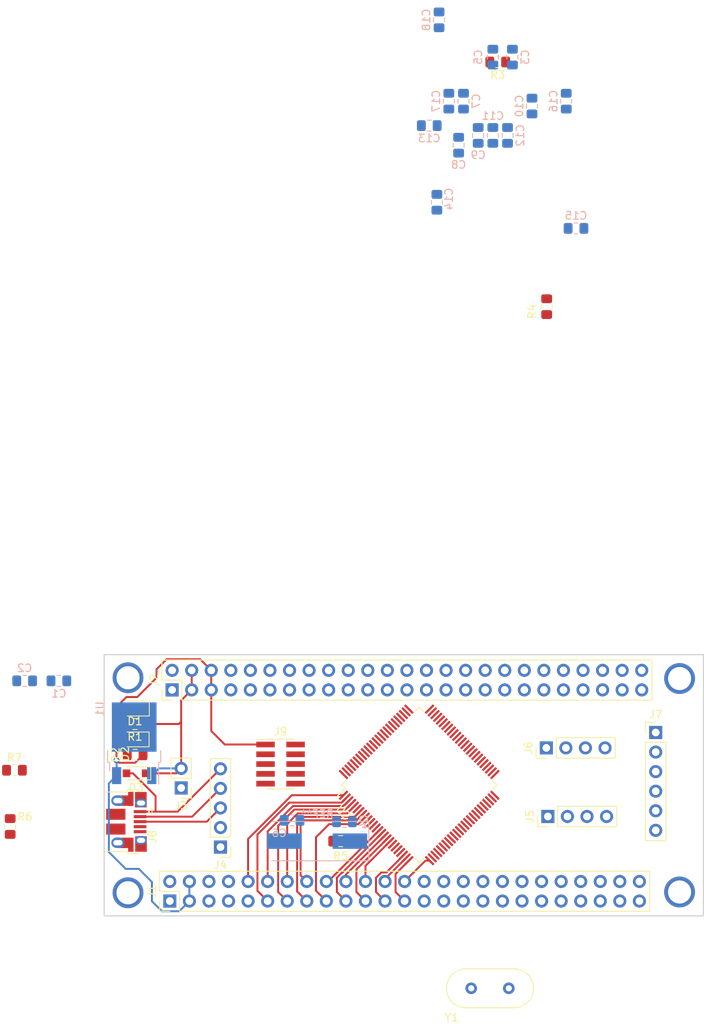
<source format=kicad_pcb>
(kicad_pcb (version 20211014) (generator pcbnew)
  (layers (0 "F.Cu" signal) (31 "B.Cu" signal) (34 "B.Paste" user) (35 "F.Paste" user) (36 "B.SilkS" user "B.Silkscreen") (37 "F.SilkS" user "F.Silkscreen") (38 "B.Mask" user) (39 "F.Mask" user) (44 "Edge.Cuts" user))
  (net 0 "")
  (net 1 "GND")
  (net 2 "/5v")
  (net 3 "/3v_cpu")
  (net 4 "/PH0")
  (net 5 "/NRST")
  (net 6 "/5v_usb")
  (net 7 "/PD15")
  (net 8 "/PD14")
  (net 9 "/PD13")
  (net 10 "/PD12")
  (net 11 "/PD11")
  (net 12 "/PD10")
  (net 13 "/PD9")
  (net 14 "/PD8")
  (net 15 "/PB15")
  (net 16 "/PB14")
  (net 17 "/PB13")
  (net 18 "/PB12")
  (net 19 "/PB11")
  (net 20 "/PB10")
  (net 21 "/PE15")
  (net 22 "/PE14")
  (net 23 "/PE13")
  (net 24 "/PE12")
  (net 25 "/PE11")
  (net 26 "/PE10")
  (net 27 "/PE9")
  (net 28 "/PE8")
  (net 29 "/PE7")
  (net 30 "/PB2")
  (net 31 "/PB0")
  (net 32 "/PB1")
  (net 33 "/PC4")
  (net 34 "/PC5")
  (net 35 "/PA6")
  (net 36 "/PA7")
  (net 37 "/PA4")
  (net 38 "/PA5")
  (net 39 "/PA2")
  (net 40 "/PA3")
  (net 41 "/PA0")
  (net 42 "/PA1")
  (net 43 "/PC2")
  (net 44 "/PC3")
  (net 45 "/PC0")
  (net 46 "/PC1")
  (net 47 "/PC9")
  (net 48 "/PC8")
  (net 49 "/PC12")
  (net 50 "/PD2")
  (net 51 "/PC11")
  (net 52 "/PC10")
  (net 53 "/PA11")
  (net 54 "/PA12")
  (net 55 "/PA10")
  (net 56 "/PA13")
  (net 57 "/PA14")
  (net 58 "/PH1")
  (net 59 "/PC14")
  (net 60 "/PC15")
  (net 61 "/PE6")
  (net 62 "/PC13")
  (net 63 "/PE4")
  (net 64 "/PE5")
  (net 65 "/PE2")
  (net 66 "/PE3")
  (net 67 "/PE0")
  (net 68 "/PE1")
  (net 69 "/PB8")
  (net 70 "/PB9")
  (net 71 "/BOOT0")
  (net 72 "/PB6")
  (net 73 "/PB7")
  (net 74 "/PB4")
  (net 75 "/PB5")
  (net 76 "/PD7")
  (net 77 "/PB3")
  (net 78 "/PD5")
  (net 79 "/PD6")
  (net 80 "/PD3")
  (net 81 "/PD4")
  (net 82 "/PD1")
  (net 83 "/PD0")
  (net 84 "/PA15")
  (net 85 "/PA8")
  (net 86 "/PA9")
  (net 87 "/PC6")
  (net 88 "/PC7")
  (net 89 "Net-(D2-Pad2)")
  (net 90 "/CS")
  (net 91 "/MISO")
  (net 92 "/MOSI")
  (net 93 "/SCLK")
  (net 94 "Net-(C6-Pad2)")
  (net 95 "Net-(D1-Pad2)")
  (net 107 "Net-(R3-Pad1)")
  (net 108 "Net-(C3-Pad1)")
  (net 109 "Net-(C5-Pad1)")
  (footprint "Connector_PinHeader_2.54mm:PinHeader_2x25_P2.54mm_Vertical" (layer "F.Cu") (at 44.725 128.475 90)
    (fp_text reference "J2")
    (fp_text value "Right")
  )
  (footprint "Connector_PinHeader_2.54mm:PinHeader_1x05_P2.54mm_Vertical" (layer "F.Cu") (at 51 148.875 180)
    (fp_text reference "J4")
    (fp_text value "EXTUSB")
  )
  (footprint "Connector_PinHeader_2.54mm:PinHeader_1x04_P2.54mm_Vertical" (layer "F.Cu") (at 93.5 144.9 90)
    (fp_text reference "J5")
    (fp_text value "FUEL")
  )
  (footprint "Resistor_SMD:R_0805_2012Metric_Pad1.15x1.40mm_HandSolder" (layer "F.Cu") (at 66.6 148.1)
    (fp_text reference "R5")
    (fp_text value "220")
  )
  (footprint "Crystal:Crystal_HC49-U_Vertical" (layer "F.Cu") (at 83.55 167.2)
    (fp_text reference "Y1")
    (fp_text value "8 MHz")
  )
  (footprint "Connector_PinHeader_2.54mm:PinHeader_2x25_P2.54mm_Vertical" (layer "F.Cu") (at 44.425 155.875 90)
    (fp_text reference "J1")
    (fp_text value "Left")
  )
  (footprint "Connector_PinHeader_2.54mm:PinHeader_1x02_P2.54mm_Vertical" (layer "F.Cu") (at 45.9 141.2 180)
    (fp_text reference "J3")
    (fp_text value "POWER")
  )
  (footprint "Resistor_SMD:R_0805_2012Metric_Pad1.15x1.40mm_HandSolder" (layer "F.Cu") (at 86.995 46.99 180)
    (fp_text reference "R3")
    (fp_text value "1k")
  )
  (footprint "LED_SMD:LED_0805_2012Metric_Pad1.15x1.40mm_HandSolder" (layer "F.Cu") (at 39.9 130.9 180)
    (fp_text reference "D1")
    (fp_text value "LED")
  )
  (footprint "Resistor_SMD:R_0805_2012Metric_Pad1.15x1.40mm_HandSolder" (layer "F.Cu") (at 39.925 136.9 180)
    (fp_text reference "R2")
    (fp_text value "220")
  )
  (footprint "Resistor_SMD:R_0805_2012Metric_Pad1.15x1.40mm_HandSolder" (layer "F.Cu") (at 39.9 132.9 180)
    (fp_text reference "R1")
    (fp_text value "220")
  )
  (footprint "Resistor_SMD:R_0805_2012Metric_Pad1.15x1.40mm_HandSolder" (layer "F.Cu") (at 93.345 78.74 -90)
    (fp_text reference "R4")
    (fp_text value "100k")
  )
  (footprint "Package_QFP:LQFP-100_14x14mm_P0.5mm" (layer "F.Cu") (at 76.8 140.8 45)
    (fp_text reference "U2")
    (fp_text value "STM32F427VGTx")
  )
  (footprint "Resistor_SMD:R_0805_2012Metric_Pad1.15x1.40mm_HandSolder" (layer "F.Cu") (at 24.255 138.9)
    (fp_text reference "R7")
    (fp_text value "10k")
  )
  (footprint "Diode_SMD:D_SOD-323_HandSoldering" (layer "F.Cu") (at 40.05 139.3 180)
    (fp_text reference "D3")
    (fp_text value "BAT48JFILM")
  )
  (footprint "LED_SMD:LED_0805_2012Metric_Pad1.15x1.40mm_HandSolder" (layer "F.Cu") (at 39.875 134.9 180)
    (fp_text reference "D2")
    (fp_text value "LED")
  )
  (footprint "Resistor_SMD:R_0805_2012Metric_Pad1.15x1.40mm_HandSolder" (layer "F.Cu") (at 23.7 146.2 90)
    (fp_text reference "R6")
    (fp_text value "4.7k")
  )
  (footprint "Connector_USB:USB_Micro-B_Amphenol_10103594-0001LF_Horizontal" (layer "F.Cu") (at 38.8 145.6 -90)
    (fp_text reference "J8")
    (fp_text value "USB")
  )
  (footprint "MountingHole:MountingHole_2.5mm_Pad" (layer "F.Cu") (at 110.6 127)
    (fp_text reference "REF**" hide)
    (fp_text value "MountingHole_2.5mm_Pad" hide)
  )
  (footprint "MountingHole:MountingHole_2.5mm_Pad" (layer "F.Cu") (at 39 154.8)
    (fp_text reference "REF**" hide)
    (fp_text value "MountingHole_2.5mm_Pad" hide)
  )
  (footprint "Connector_PinHeader_2.54mm:PinHeader_1x06_P2.54mm_Vertical" (layer "F.Cu") (at 107.5 134)
    (fp_text reference "J7")
    (fp_text value "SPI")
  )
  (footprint "Connector_PinHeader_1.27mm:PinHeader_2x05_P1.27mm_Vertical_SMD" (layer "F.Cu") (at 58.8 138.1)
    (fp_text reference "J9")
    (fp_text value "Debug")
  )
  (footprint "MountingHole:MountingHole_2.5mm_Pad" (layer "F.Cu") (at 110.6 154.7)
    (fp_text reference "REF**" hide)
    (fp_text value "MountingHole_2.5mm_Pad" hide)
  )
  (footprint "MountingHole:MountingHole_2.5mm_Pad" (layer "F.Cu") (at 39 126.9)
    (fp_text reference "REF**" hide)
    (fp_text value "MountingHole_2.5mm_Pad" hide)
  )
  (footprint "Connector_PinHeader_2.54mm:PinHeader_1x04_P2.54mm_Vertical" (layer "F.Cu") (at 93.3 136 90)
    (fp_text reference "J6")
    (fp_text value "IGNITION")
  )
  (footprint "Capacitor_SMD:C_0805_2012Metric_Pad1.15x1.40mm_HandSolder" (layer "B.Cu") (at 30.025 127.3)
    (fp_text reference "C1")
    (fp_text value "10 uF")
  )
  (footprint "Capacitor_SMD:C_0805_2012Metric_Pad1.15x1.40mm_HandSolder" (layer "B.Cu") (at 25.58 127.3 180)
    (fp_text reference "C2")
    (fp_text value "47 uF")
  )
  (footprint "Capacitor_SMD:C_0805_2012Metric_Pad1.15x1.40mm_HandSolder" (layer "B.Cu") (at 88.9 46.355 90)
    (fp_text reference "C3")
    (fp_text value "2.2 uF")
  )
  (footprint "Capacitor_SMD:C_0805_2012Metric_Pad1.15x1.40mm_HandSolder" (layer "B.Cu") (at 67.1 145.6 180)
    (fp_text reference "C4")
    (fp_text value "16 pF")
  )
  (footprint "Capacitor_SMD:C_0805_2012Metric_Pad1.15x1.40mm_HandSolder" (layer "B.Cu") (at 86.36 46.355 90)
    (fp_text reference "C5")
    (fp_text value "2.2 uF")
  )
  (footprint "Capacitor_SMD:C_0805_2012Metric_Pad1.15x1.40mm_HandSolder" (layer "B.Cu") (at 81.915 57.785 -90)
    (fp_text reference "C8")
    (fp_text value "0.1 uF")
  )
  (footprint "Capacitor_SMD:C_0805_2012Metric_Pad1.15x1.40mm_HandSolder" (layer "B.Cu") (at 84.455 56.515 90)
    (fp_text reference "C9")
    (fp_text value "4.7 uF")
  )
  (footprint "Capacitor_SMD:C_0805_2012Metric_Pad1.15x1.40mm_HandSolder" (layer "B.Cu") (at 91.44 52.705 -90)
    (fp_text reference "C10")
    (fp_text value "0.1 uF")
  )
  (footprint "Capacitor_SMD:C_0805_2012Metric_Pad1.15x1.40mm_HandSolder" (layer "B.Cu") (at 86.36 56.515 90)
    (fp_text reference "C11")
    (fp_text value "0.1 uF")
  )
  (footprint "Capacitor_SMD:C_0805_2012Metric_Pad1.15x1.40mm_HandSolder" (layer "B.Cu") (at 88.265 56.515 90)
    (fp_text reference "C12")
    (fp_text value "0.1 uF")
  )
  (footprint "Capacitor_SMD:C_0805_2012Metric_Pad1.15x1.40mm_HandSolder" (layer "B.Cu") (at 78.105 55.245)
    (fp_text reference "C13")
    (fp_text value "0.1 uF")
  )
  (footprint "Capacitor_SMD:C_0805_2012Metric_Pad1.15x1.40mm_HandSolder" (layer "B.Cu") (at 79.095 65.19 -90)
    (fp_text reference "C14")
    (fp_text value "0.1 uF")
  )
  (footprint "Capacitor_SMD:C_0805_2012Metric_Pad1.15x1.40mm_HandSolder" (layer "B.Cu") (at 97.155 68.58 180)
    (fp_text reference "C15")
    (fp_text value "0.1 uF")
  )
  (footprint "Capacitor_SMD:C_0805_2012Metric_Pad1.15x1.40mm_HandSolder" (layer "B.Cu") (at 95.885 52.07 -90)
    (fp_text reference "C16")
    (fp_text value "0.1 uF")
  )
  (footprint "Capacitor_SMD:C_0805_2012Metric_Pad1.15x1.40mm_HandSolder" (layer "B.Cu") (at 79.375 41.52 -90)
    (fp_text reference "C18")
    (fp_text value "0.1 uF")
  )
  (footprint "Package_TO_SOT_SMD:TO-252-2" (layer "B.Cu") (at 39.8 135.4 90)
    (fp_text reference "U1")
    (fp_text value "NCV5501")
  )
  (footprint "Capacitor_SMD:C_0805_2012Metric_Pad1.15x1.40mm_HandSolder" (layer "B.Cu") (at 80.645 52.07 -90)
    (fp_text reference "C17")
    (fp_text value "1 uF")
  )
  (footprint "Capacitor_SMD:C_0805_2012Metric_Pad1.15x1.40mm_HandSolder" (layer "B.Cu") (at 60.3 145.4)
    (fp_text reference "C6")
    (fp_text value "16 pF")
  )
  (footprint "Capacitor_SMD:C_0805_2012Metric_Pad1.15x1.40mm_HandSolder" (layer "B.Cu") (at 82.55 52.07 90)
    (fp_text reference "C7")
    (fp_text value "1 uF")
  )
  (footprint "Crystal:Crystal_SMD_HC49-SD" (layer "B.Cu") (at 63.55 148.1 180)
    (fp_text reference "REF**")
    (fp_text value "Crystal_SMD_HC49-SD")
  )
  (gr_rect (start 113.7 157.8) (end 35.9 123.9) (layer "Edge.Cuts") (width 0.15) (fill none))
  (segment (start 40.925 132.9) (end 45.6 132.9) (width 0.25) (layer "F.Cu") (net 2))
  (segment (start 45.6 132.9) (end 45.9 132.6) (width 0.25) (layer "F.Cu") (net 2))
  (segment (start 45.9 132.6) (end 45.9 129.84) (width 0.25) (layer "F.Cu") (net 2))
  (segment (start 47.265 128.475) (end 47.265 125.935) (width 0.25) (layer "F.Cu") (net 2))
  (segment (start 45.9 138.66) (end 45.9 132.6) (width 0.25) (layer "F.Cu") (net 2))
  (segment (start 41.3 139.3) (end 45.26 139.3) (width 0.25) (layer "F.Cu") (net 2))
  (segment (start 45.26 139.3) (end 45.9 138.66) (width 0.25) (layer "F.Cu") (net 2))
  (segment (start 45.9 129.84) (end 47.265 128.475) (width 0.25) (layer "F.Cu") (net 2))
  (segment (start 45.9 138.66) (end 43.02 138.66) (width 0.25) (layer "B.Cu") (net 2))
  (segment (start 43.02 138.66) (end 42.08 139.6) (width 0.25) (layer "B.Cu") (net 2))
  (segment (start 38.786827 129.4) (end 40.2 129.4) (width 0.25) (layer "F.Cu") (net 3))
  (segment (start 39.925 137.925) (end 40.95 136.9) (width 0.25) (layer "F.Cu") (net 3))
  (segment (start 40.2 129.4) (end 42.7 126.9) (width 0.25) (layer "F.Cu") (net 3))
  (segment (start 44 124.5) (end 48.37 124.5) (width 0.25) (layer "F.Cu") (net 3))
  (segment (start 42.7 125.8) (end 44 124.5) (width 0.25) (layer "F.Cu") (net 3))
  (segment (start 42.7 126.9) (end 42.7 125.8) (width 0.25) (layer "F.Cu") (net 3))
  (segment (start 49.805 133.805) (end 51.56 135.56) (width 0.25) (layer "F.Cu") (net 3))
  (segment (start 49.805 128.475) (end 49.805 133.805) (width 0.25) (layer "F.Cu") (net 3))
  (segment (start 51.56 135.56) (end 56.85 135.56) (width 0.25) (layer "F.Cu") (net 3))
  (segment (start 37.5 137.6) (end 37.5 130.686827) (width 0.25) (layer "F.Cu") (net 3))
  (segment (start 37.825 137.925) (end 39.925 137.925) (width 0.25) (layer "F.Cu") (net 3))
  (segment (start 37.5 137.6) (end 37.825 137.925) (width 0.25) (layer "F.Cu") (net 3))
  (segment (start 37.5 130.686827) (end 38.786827 129.4) (width 0.25) (layer "F.Cu") (net 3))
  (segment (start 49.805 128.475) (end 49.805 125.935) (width 0.25) (layer "F.Cu") (net 3))
  (segment (start 48.37 124.5) (end 49.805 125.935) (width 0.25) (layer "F.Cu") (net 3))
  (via (at 37.5 137.6) (size 0.8) (drill 0.4) (layers "F.Cu" "B.Cu") (net 3))
  (segment (start 37.52 137.62) (end 37.5 137.6) (width 0.25) (layer "B.Cu") (net 3))
  (segment (start 42.1 153.4) (end 42.1 155.9) (width 0.25) (layer "B.Cu") (net 3))
  (segment (start 42.1 155.9) (end 43.4 157.2) (width 0.25) (layer "B.Cu") (net 3))
  (segment (start 37.52 139.6) (end 36.51 140.61) (width 0.25) (layer "B.Cu") (net 3))
  (segment (start 36.51 140.61) (end 36.51 149.51) (width 0.25) (layer "B.Cu") (net 3))
  (segment (start 46.965 153.335) (end 46.965 155.875) (width 0.25) (layer "B.Cu") (net 3))
  (segment (start 38.7 151.7) (end 40.4 151.7) (width 0.25) (layer "B.Cu") (net 3))
  (segment (start 37.52 139.6) (end 37.52 137.62) (width 0.25) (layer "B.Cu") (net 3))
  (segment (start 45.64 157.2) (end 46.965 155.875) (width 0.25) (layer "B.Cu") (net 3))
  (segment (start 36.51 149.51) (end 38.7 151.7) (width 0.25) (layer "B.Cu") (net 3))
  (segment (start 40.4 151.7) (end 42.1 153.4) (width 0.25) (layer "B.Cu") (net 3))
  (segment (start 43.4 157.2) (end 45.64 157.2) (width 0.25) (layer "B.Cu") (net 3))
  (segment (start 71.56741 146.739697) (end 64.972107 153.335) (width 0.25) (layer "F.Cu") (net 5))
  (segment (start 64.972107 153.335) (end 64.745 153.335) (width 0.25) (layer "F.Cu") (net 5))
  (segment (start 42.575 142.235) (end 39.64 139.3) (width 0.25) (layer "F.Cu") (net 6))
  (segment (start 39.64 139.3) (end 38.8 139.3) (width 0.25) (layer "F.Cu") (net 6))
  (segment (start 42.575 144.275) (end 42.575 142.235) (width 0.25) (layer "F.Cu") (net 6))
  (segment (start 45.44 144.275) (end 51 138.715) (width 0.25) (layer "F.Cu") (net 6))
  (segment (start 42.575 144.275) (end 45.44 144.275) (width 0.25) (layer "F.Cu") (net 6))
  (segment (start 40.565 144.275) (end 42.575 144.275) (width 0.25) (layer "F.Cu") (net 6))
  (segment (start 73.73 152.355281) (end 73.73 154.7) (width 0.25) (layer "F.Cu") (net 39))
  (segment (start 75.456497 150.628784) (end 73.73 152.355281) (width 0.25) (layer "F.Cu") (net 39))
  (segment (start 73.73 154.7) (end 74.905 155.875) (width 0.25) (layer "F.Cu") (net 39))
  (segment (start 77.611216 150.628784) (end 74.905 153.335) (width 0.25) (layer "F.Cu") (net 40))
  (segment (start 78.143503 150.628784) (end 77.611216 150.628784) (width 0.25) (layer "F.Cu") (net 40))
  (segment (start 72.54 152.16) (end 71.878299 152.16) (width 0.25) (layer "F.Cu") (net 41))
  (segment (start 71.878299 152.16) (end 71.19 152.848299) (width 0.25) (layer "F.Cu") (net 41))
  (segment (start 74.74939 149.921677) (end 74.74939 149.95061) (width 0.25) (layer "F.Cu") (net 41))
  (segment (start 71.19 152.848299) (end 71.19 154.7) (width 0.25) (layer "F.Cu") (net 41))
  (segment (start 74.74939 149.95061) (end 72.54 152.16) (width 0.25) (layer "F.Cu") (net 41))
  (segment (start 71.19 154.7) (end 72.365 155.875) (width 0.25) (layer "F.Cu") (net 41))
  (segment (start 75.102944 150.275231) (end 72.365 153.013175) (width 0.25) (layer "F.Cu") (net 42))
  (segment (start 72.365 153.013175) (end 72.365 153.335) (width 0.25) (layer "F.Cu") (net 42))
  (segment (start 68.65 151.778427) (end 68.65 154.7) (width 0.25) (layer "F.Cu") (net 43))
  (segment (start 72.62807 147.800357) (end 68.65 151.778427) (width 0.25) (layer "F.Cu") (net 43))
  (segment (start 68.65 154.7) (end 69.825 155.875) (width 0.25) (layer "F.Cu") (net 43))
  (segment (start 69.825 151.310534) (end 69.825 153.335) (width 0.25) (layer "F.Cu") (net 44))
  (segment (start 72.981623 148.153911) (end 69.825 151.310534) (width 0.25) (layer "F.Cu") (net 44))
  (segment (start 66.798299 152.16) (end 66.11 152.848299) (width 0.25) (layer "F.Cu") (net 45))
  (segment (start 66.11 154.7) (end 67.285 155.875) (width 0.25) (layer "F.Cu") (net 45))
  (segment (start 71.920963 147.09325) (end 66.854213 152.16) (width 0.25) (layer "F.Cu") (net 45))
  (segment (start 66.854213 152.16) (end 66.798299 152.16) (width 0.25) (layer "F.Cu") (net 45))
  (segment (start 66.11 152.848299) (end 66.11 154.7) (width 0.25) (layer "F.Cu") (net 45))
  (segment (start 67.285 152.436321) (end 67.285 153.335) (width 0.25) (layer "F.Cu") (net 46))
  (segment (start 72.274517 147.446804) (end 67.285 152.436321) (width 0.25) (layer "F.Cu") (net 46))
  (segment (start 40.565 144.925) (end 47.33 144.925) (width 0.25) (layer "F.Cu") (net 53))
  (segment (start 47.33 144.925) (end 51 141.255) (width 0.25) (layer "F.Cu") (net 53))
  (segment (start 49.22 145.575) (end 51 143.795) (width 0.25) (layer "F.Cu") (net 54))
  (segment (start 40.565 145.575) (end 49.22 145.575) (width 0.25) (layer "F.Cu") (net 54))
  (segment (start 69.446089 144.618377) (end 68.663468 145.400998) (width 0.25) (layer "F.Cu") (net 59))
  (segment (start 61.4 152.53) (end 62.205 153.335) (width 0.25) (layer "F.Cu") (net 59))
  (segment (start 68.663468 145.400998) (end 61.4 145.400998) (width 0.25) (layer "F.Cu") (net 59))
  (segment (start 61.4 145.400998) (end 61.4 152.53) (width 0.25) (layer "F.Cu") (net 59))
  (segment (start 69.799643 144.97193) (end 68.871573 145.9) (width 0.25) (layer "F.Cu") (net 60))
  (segment (start 68.871573 145.9) (end 65.1 145.9) (width 0.25) (layer "F.Cu") (net 60))
  (segment (start 65.1 145.9) (end 63.4 147.6) (width 0.25) (layer "F.Cu") (net 60))
  (segment (start 63.4 147.6) (end 63.4 154.53) (width 0.25) (layer "F.Cu") (net 60))
  (segment (start 63.4 154.53) (end 64.745 155.875) (width 0.25) (layer "F.Cu") (net 60))
  (segment (start 68.385429 143.557716) (end 67.441149 144.501996) (width 0.25) (layer "F.Cu") (net 61))
  (segment (start 59.665 145.864618) (end 59.665 153.335) (width 0.25) (layer "F.Cu") (net 61))
  (segment (start 67.441149 144.501996) (end 61.027622 144.501996) (width 0.25) (layer "F.Cu") (net 61))
  (segment (start 61.027622 144.501996) (end 59.665 145.864618) (width 0.25) (layer "F.Cu") (net 61))
  (segment (start 61.213811 144.951497) (end 60.950499 145.214809) (width 0.25) (layer "F.Cu") (net 62))
  (segment (start 60.950499 145.214809) (end 60.950499 154.620499) (width 0.25) (layer "F.Cu") (net 62))
  (segment (start 68.405862 144.951497) (end 61.213811 144.951497) (width 0.25) (layer "F.Cu") (net 62))
  (segment (start 60.950499 154.620499) (end 62.205 155.875) (width 0.25) (layer "F.Cu") (net 62))
  (segment (start 69.092536 144.264823) (end 68.405862 144.951497) (width 0.25) (layer "F.Cu") (net 62))
  (segment (start 66.907223 143.550998) (end 60.413312 143.550998) (width 0.25) (layer "F.Cu") (net 63))
  (segment (start 67.077552 143.451381) (end 67.00684 143.451381) (width 0.25) (layer "F.Cu") (net 63))
  (segment (start 60.413312 143.550998) (end 57.125 146.83931) (width 0.25) (layer "F.Cu") (net 63))
  (segment (start 67.00684 143.451381) (end 66.907223 143.550998) (width 0.25) (layer "F.Cu") (net 63))
  (segment (start 57.125 146.83931) (end 57.125 153.335) (width 0.25) (layer "F.Cu") (net 63))
  (segment (start 67.678323 142.85061) (end 67.077552 143.451381) (width 0.25) (layer "F.Cu") (net 63))
  (segment (start 58.49 146.11) (end 58.49 154.7) (width 0.25) (layer "F.Cu") (net 64))
  (segment (start 58.49 154.7) (end 59.665 155.875) (width 0.25) (layer "F.Cu") (net 64))
  (segment (start 68.031876 143.204163) (end 68.024454 143.204163) (width 0.25) (layer "F.Cu") (net 64))
  (segment (start 68.024454 143.204163) (end 67.227619 144.000998) (width 0.25) (layer "F.Cu") (net 64))
  (segment (start 67.227619 144.000998) (end 60.599002 144.000998) (width 0.25) (layer "F.Cu") (net 64))
  (segment (start 60.599002 144.000998) (end 58.49 146.11) (width 0.25) (layer "F.Cu") (net 64))
  (segment (start 66.971216 142.143503) (end 60.256497 142.143503) (width 0.25) (layer "F.Cu") (net 65))
  (segment (start 60.256497 142.143503) (end 54.585 147.815) (width 0.25) (layer "F.Cu") (net 65))
  (segment (start 54.585 147.815) (end 54.585 153.335) (width 0.25) (layer "F.Cu") (net 65))
  (segment (start 59.934692 143.100998) (end 55.8 147.23569) (width 0.25) (layer "F.Cu") (net 66))
  (segment (start 55.8 154.55) (end 57.125 155.875) (width 0.25) (layer "F.Cu") (net 66))
  (segment (start 67.324769 142.497056) (end 66.720827 143.100998) (width 0.25) (layer "F.Cu") (net 66))
  (segment (start 66.720827 143.100998) (end 59.934692 143.100998) (width 0.25) (layer "F.Cu") (net 66))
  (segment (start 55.8 147.23569) (end 55.8 154.55) (width 0.25) (layer "F.Cu") (net 66))
  (segment (start 38.9 136.9) (end 38.9 134.95) (width 0.25) (layer "F.Cu") (net 89))
  (segment (start 38.9 134.95) (end 38.85 134.9) (width 0.25) (layer "F.Cu") (net 89))
  (segment (start 38.875 132.9) (end 38.875 130.9) (width 0.25) (layer "F.Cu") (net 95))
)
</source>
